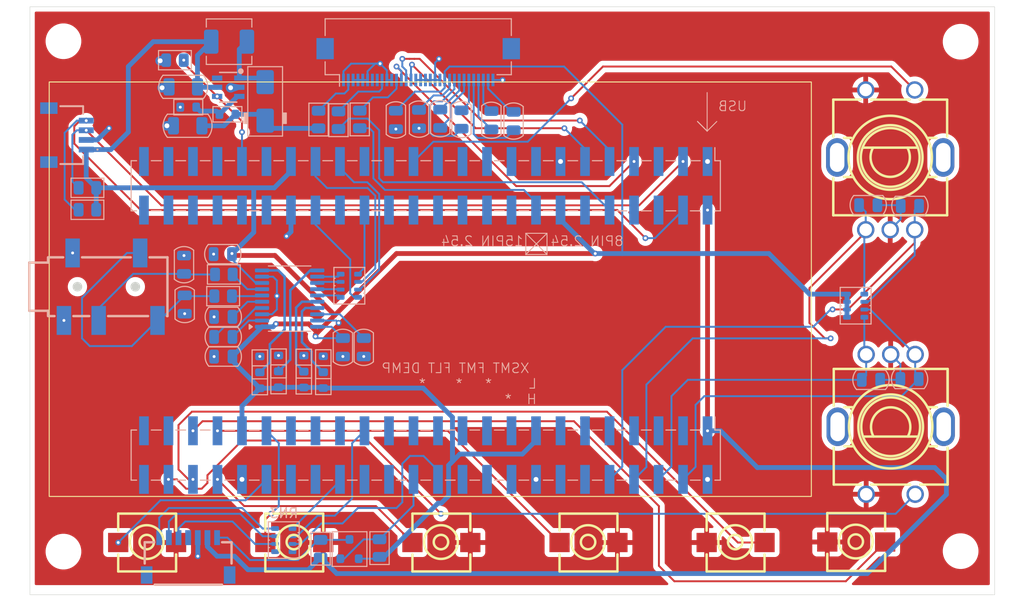
<source format=kicad_pcb>
(kicad_pcb (version 20241229) (generator "pcbnew") (generator_version "9.0")
  (layers (0 "F.Cu" signal) (2 "B.Cu" signal) (13 "F.Paste" user) (15 "B.Paste" user) (5 "F.SilkS" user "F.Silkscreen") (7 "B.SilkS" user "B.Silkscreen") (1 "F.Mask" user) (3 "B.Mask" user) (25 "Edge.Cuts" user))
  (net 0 "")
  (net 1 "+3.3V")
  (net 2 "GND")
  (net 3 "Net-(U1-VNEG)")
  (net 4 "Net-(U1-CAPM)")
  (net 5 "Net-(U1-CAPP)")
  (net 6 "/L")
  (net 7 "/R")
  (net 8 "/VB0+")
  (net 9 "/VB0-")
  (net 10 "/VB1-")
  (net 11 "/VB1+")
  (net 12 "/VA0-")
  (net 13 "/VA0+")
  (net 14 "/VA1+")
  (net 15 "/VA1-")
  (net 19 "/E12")
  (net 20 "Net-(U1-LDOO)")
  (net 21 "/D1")
  (net 22 "/RST")
  (net 23 "/B2")
  (net 24 "/B4")
  (net 25 "/B3")
  (net 26 "/D0")
  (net 27 "/B7")
  (net 28 "/A9")
  (net 29 "/A11")
  (net 30 "/A8")
  (net 31 "/D5")
  (net 32 "/C8")
  (net 33 "/A10")
  (net 34 "/B6")
  (net 35 "/C6")
  (net 36 "/A14")
  (net 37 "/BTN5")
  (net 38 "/A12")
  (net 39 "/C7")
  (net 40 "/A13")
  (net 42 "/BTN6")
  (net 43 "/BTN1")
  (net 45 "/D7")
  (net 46 "/D2")
  (net 47 "/D3")
  (net 48 "/BTN3")
  (net 49 "/D15")
  (net 50 "/B9")
  (net 51 "/A15")
  (net 52 "/D14")
  (net 53 "/C11")
  (net 54 "/E11")
  (net 55 "/D4")
  (net 56 "/C10")
  (net 57 "/D6")
  (net 58 "/C12")
  (net 59 "/C9")
  (net 60 "/C13")
  (net 61 "/B8")
  (net 62 "/BTN2")
  (net 63 "/B5")
  (net 64 "/5V")
  (net 65 "/BTN4")
  (net 66 "/B11")
  (net 67 "/A3")
  (net 69 "/E13")
  (net 70 "/A7")
  (net 71 "/C0")
  (net 72 "/B13")
  (net 73 "/D12")
  (net 74 "/B10")
  (net 75 "/A5")
  (net 76 "/B14")
  (net 77 "/BTN9")
  (net 78 "/E14")
  (net 79 "/C2")
  (net 80 "/A6")
  (net 81 "/E10")
  (net 82 "/B0")
  (net 83 "/D9")
  (net 84 "Net-(RN3-R2.2)")
  (net 85 "/D8")
  (net 86 "/E15")
  (net 87 "/D13")
  (net 88 "/VREF+")
  (net 89 "/C4")
  (net 90 "/C3")
  (net 91 "/A2")
  (net 92 "/C5")
  (net 93 "/D11")
  (net 94 "/B1")
  (net 95 "/E8")
  (net 96 "/C1")
  (net 97 "/A0")
  (net 98 "/B12")
  (net 99 "/A4")
  (net 101 "/E9")
  (net 102 "/D10")
  (net 103 "/A1")
  (net 104 "/BTN10")
  (net 105 "/B15")
  (net 107 "Net-(LCD1-D3)")
  (net 109 "Net-(LCD1-D0)")
  (net 110 "Net-(U1-OUTL)")
  (net 111 "Net-(U1-OUTR)")
  (net 112 "/FLT")
  (net 113 "/DEMP")
  (net 114 "/XSMT")
  (net 115 "/FMT")
  (net 116 "Net-(RN1-R3.1)")
  (net 117 "Net-(RN1-R2.1)")
  (net 118 "Net-(RN1-R1.1)")
  (net 119 "Net-(RN1-R4.1)")
  (net 120 "Net-(D1-K)")
  (net 121 "/VLCD")
  (net 122 "Net-(D1-A)")
  (net 123 "Net-(LCD1-BK+)")
  (net 124 "Net-(U2-FB)")
  (net 126 "Net-(RN3-R3.2)")
  (net 127 "Net-(RN3-R1.2)")
  (net 128 "Net-(Q1-D)")
  (footprint "MountingHole:MountingHole_3.2mm_M3" (layer "F.Cu") (at 246.475 -13.575)
    (property "Reference" "H2" (hide yes))
    (property "Value" "MountingHole_M3")
  )
  (footprint "1MyLibrary:KEY-SMD_2P-L6.0-W6.0-P6.00" (layer "F.Cu") (at 235.65 38.327)
    (property "Reference" "SW6" (hide yes))
    (property "Value" "6")
  )
  (footprint "1MyLibrary:SW-TH_EC11XXXXXXXX" (layer "F.Cu") (at 239.1755 -1.32)
    (property "Reference" "SW9" (hide yes))
    (property "Value" "PARAM")
  )
  (footprint "MountingHole:MountingHole_3.2mm_M3" (layer "F.Cu") (at 153.475 39.325)
    (property "Reference" "H4" (hide yes))
    (property "Value" "MountingHole_M3")
  )
  (footprint "1MyLibrary:KEY-SMD_2P-L6.0-W6.0-P6.00" (layer "F.Cu") (at 162.15 38.381)
    (property "Reference" "SW1" (hide yes))
    (property "Value" "1")
  )
  (footprint "1MyLibrary:KEY-SMD_2P-L6.0-W6.0-P6.00" (layer "F.Cu") (at 177.4 38.381)
    (property "Reference" "SW2" (hide yes))
    (property "Value" "2")
  )
  (footprint "1MyLibrary:KEY-SMD_2P-L6.0-W6.0-P6.00" (layer "F.Cu") (at 192.65 38.381)
    (property "Reference" "SW3" (hide yes))
    (property "Value" "3")
  )
  (footprint "1MyLibrary:SW-TH_EC11XXXXXXXX" (layer "F.Cu") (at 239.2245 26.12 180)
    (property "Reference" "SW10" (hide yes))
    (property "Value" "VALUE")
  )
  (footprint "1MyLibrary:KEY-SMD_2P-L6.0-W6.0-P6.00" (layer "F.Cu") (at 223.15 38.381)
    (property "Reference" "SW5" (hide yes))
    (property "Value" "5")
  )
  (footprint "MountingHole:MountingHole_3.2mm_M3" (layer "F.Cu") (at 153.475 -13.625)
    (property "Reference" "H3" (hide yes))
    (property "Value" "MountingHole_M3")
  )
  (footprint "1MyLibrary:KEY-SMD_2P-L6.0-W6.0-P6.00" (layer "F.Cu") (at 207.9 38.381)
    (property "Reference" "SW4" (hide yes))
    (property "Value" "4")
  )
  (footprint "MountingHole:MountingHole_3.2mm_M3" (layer "F.Cu") (at 246.475 39.275)
    (property "Reference" "H1" (hide yes))
    (property "Value" "MountingHole_M3")
  )
  (footprint "PCM_Resistor_SMD_AKL:R_0603_1608Metric" (layer "B.Cu") (at 166.413501 -6.785287 180)
    (property "Reference" "R13" (hide yes))
    (property "Value" "22K" (hide yes))
  )
  (footprint "footprint:SM04BSRSSTB" (layer "B.Cu") (at 153.55 -3.887 90)
    (property "Reference" "J7" (hide yes))
    (property "Value" "MPR121" (hide yes))
  )
  (footprint "PCM_Resistor_SMD_AKL:R_0603_1608Metric" (layer "B.Cu") (at 175.77 21.45 90)
    (property "Reference" "R7" (hide yes))
    (property "Value" "0" (hide yes))
  )
  (footprint "PCM_Resistor_SMD_AKL:R_0603_1608Metric" (layer "B.Cu") (at 173.83 19.9 90)
    (property "Reference" "R4" (hide yes))
    (property "Value" "0" (hide yes))
  )
  (footprint "PCM_Capacitor_SMD_AKL:C_0805_2012Metric" (layer "B.Cu") (at 237.182262 21.5)
    (property "Reference" "C17" (hide yes))
    (property "Value" "100N" (hide yes))
  )
  (footprint "PCM_Resistor_SMD_AKL:R_0805_2012Metric" (layer "B.Cu") (at 184.187045 -5.515382 -90)
    (property "Reference" "R12" (hide yes))
    (property "Value" "470" (hide yes))
  )
  (footprint "Connector_PinSocket_2.54mm:PinSocket_2x24_P2.54mm_Vertical_SMD" (layer "B.Cu") (at 191.030835 29.310367 90)
    (property "Reference" "J5" (hide yes))
    (property "Value" "Conn_02x24_Odd_Even")
  )
  (footprint "PCM_Resistor_SMD_AKL:R_0805_2012Metric" (layer "B.Cu") (at 165.030998 -11.661426 180)
    (property "Reference" "R20" (hide yes))
    (property "Value" "4.7K" (hide yes))
  )
  (footprint "PCM_Resistor_SMD_AKL:R_0805_2012Metric" (layer "B.Cu") (at 181.987044 -5.435381 -90)
    (property "Reference" "R11" (hide yes))
    (property "Value" "470" (hide yes))
  )
  (footprint "PCM_Capacitor_SMD_AKL:C_0805_2012Metric" (layer "B.Cu") (at 184.60447 18.13 -90)
    (property "Reference" "C18" (hide yes))
    (property "Value" "2.2U" (hide yes))
  )
  (footprint "PCM_Resistor_SMD_AKL:R_Array_Convex_4x0603" (layer "B.Cu") (at 176.312415 38.13 180)
    (property "Reference" "RN3")
    (property "Value" "10K" (hide yes))
  )
  (footprint "PCM_Capacitor_SMD_AKL:C_0805_2012Metric" (layer "B.Cu") (at 241.182262 21.42 180)
    (property "Reference" "C16" (hide yes))
    (property "Value" "100N" (hide yes))
  )
  (footprint "PCM_Resistor_SMD_AKL:R_0805_2012Metric" (layer "B.Cu") (at 170.1 10.57 180)
    (property "Reference" "R2" (hide yes))
    (property "Value" "470" (hide yes))
  )
  (footprint "PCM_Resistor_SMD_AKL:R_0805_2012Metric" (layer "B.Cu") (at 170.03 12.82 180)
    (property "Reference" "R1" (hide yes))
    (property "Value" "470" (hide yes))
  )
  (footprint "PCM_Resistor_SMD_AKL:R_0805_2012Metric" (layer "B.Cu") (at 180.13 39.02 90)
    (property "Reference" "R21" (hide yes))
    (property "Value" "4.7K" (hide yes))
  )
  (footprint "PCM_Resistor_SMD_AKL:R_0603_1608Metric" (layer "B.Cu") (at 180.41 19.88 90)
    (property "Reference" "R5" (hide yes))
    (property "Value" "0" (hide yes))
  )
  (footprint "PCM_Capacitor_SMD_AKL:C_0805_2012Metric" (layer "B.Cu") (at 197.834363 -5.425382 90)
    (property "Reference" "C9" (hide yes))
    (property "Value" "1U" (hide yes))
  )
  (footprint "Connector_FFC-FPC:Hirose_FH12-32S-0.5SH_1x32-1MP_P0.50mm_Horizontal" (layer "B.Cu") (at 190.250056 -11.455382)
    (property "Reference" "LCD1" (hide yes))
    (property "Value" "2.7寸240*96 0.5MM*32P UC1638 三串背光 背面插座")
  )
  (footprint "PCM_Capacitor_SMD_AKL:C_0805_2012Metric" (layer "B.Cu") (at 166.040894 13.69 90)
    (property "Reference" "C6" (hide yes))
    (property "Value" "2.2N" (hide yes))
  )
  (footprint "PCM_Capacitor_SMD_AKL:C_1206_3216Metric" (layer "B.Cu") (at 165.894395 -8.895287 180)
    (property "Reference" "C19" (hide yes))
    (property "Value" "22U" (hide yes))
  )
  (footprint "PCM_Resistor_SMD_AKL:R_Array_Convex_4x0603" (layer "B.Cu") (at 183.11 11.74)
    (property "Reference" "RN1" (hide yes))
    (property "Value" "470" (hide yes))
  )
  (footprint "PCM_Capacitor_SMD_AKL:C_0805_2012Metric" (layer "B.Cu") (at 194.734362 -5.505381 90)
    (property "Reference" "C10" (hide yes))
    (property "Value" "1U" (hide yes))
  )
  (footprint "PCM_Package_TO_SOT_SMD_AKL:SOT-23" (layer "B.Cu") (at 183.13 39.06 90)
    (property "Reference" "Q1" (hide yes))
    (property "Value" "Si2302CDS" (hide yes))
  )
  (footprint "PCM_Capacitor_SMD_AKL:C_0805_2012Metric" (layer "B.Cu") (at 192.534361 -5.585382 -90)
    (property "Reference" "C11" (hide yes))
    (property "Value" "1U" (hide yes))
  )
  (footprint "PCM_Capacitor_SMD_AKL:C_0805_2012Metric" (layer "B.Cu") (at 241.217738 3.46 180)
    (property "Reference" "C15" (hide yes))
    (property "Value" "100N" (hide yes))
  )
  (footprint "Connector_PinSocket_2.54mm:PinSocket_2x24_P2.54mm_Vertical_SMD" (layer "B.Cu") (at 191.030836 1.370365 90)
    (property "Reference" "J6" (hide yes))
    (property "Value" "Conn_02x24_Odd_Even")
  )
  (footprint "1MyLibrary:AUDIO-IN-SMD_PJ-327A_C22355751" (layer "B.Cu") (at 158.375 11.84)
    (property "Reference" "PJ1" (hide yes))
    (property "Value" "~")
    (fp_poly (pts (xy -2.95 0) (xy -2.970254 0.140866) (xy -3.029373 0.27032) (xy -3.12257 0.377875) (xy -3.242292 0.454816) (xy -3.378843 0.494911) (xy -3.521157 0.494911) (xy -3.657708 0.454816) (xy -3.77743 0.377875) (xy -3.870627 0.27032) (xy -3.929746 0.140866) (xy -3.95 0) (xy -3.929746 -0.140866) (xy -3.870627 -0.27032) (xy -3.77743 -0.377875) (xy -3.657708 -0.454816) (xy -3.521157 -0.494911) (xy -3.378843 -0.494911) (xy -3.242292 -0.454816) (xy -3.12257 -0.377875) (xy -3.029373 -0.27032) (xy -2.970254 -0.140866)) (fill yes) (layer "Edge.Cuts"))
    (fp_poly (pts (xy 3.05 0) (xy 3.029746 0.140866) (xy 2.970627 0.27032) (xy 2.87743 0.377875) (xy 2.757708 0.454816) (xy 2.621157 0.494911) (xy 2.478843 0.494911) (xy 2.342292 0.454816) (xy 2.22257 0.377875) (xy 2.129373 0.27032) (xy 2.070254 0.140866) (xy 2.05 0) (xy 2.070254 -0.140866) (xy 2.129373 -0.27032) (xy 2.22257 -0.377875) (xy 2.342292 -0.454816) (xy 2.478843 -0.494911) (xy 2.621157 -0.494911) (xy 2.757708 -0.454816) (xy 2.87743 -0.377875) (xy 2.970627 -0.27032) (xy 3.029746 -0.140866)) (fill yes) (layer "Edge.Cuts"))
  )
  (footprint "PCM_Capacitor_SMD_AKL:C_0805_2012Metric" (layer "B.Cu") (at 165.97 9.559106 -90)
    (property "Reference" "C7" (hide yes))
    (property "Value" "2.2N" (hide yes))
  )
  (footprint "PCM_Resistor_SMD_AKL:R_0805_2012Metric" (layer "B.Cu") (at 186.24 38.96 90)
    (property "Reference" "R23" (hide yes))
    (property "Value" "3.3K" (hide yes))
  )
  (footprint "PCM_Resistor_SMD_AKL:R_Array_Convex_4x0603" (layer "B.Cu") (at 235.592208 13.81 180)
    (property "Reference" "RN2" (hide yes))
    (property "Value" "10K" (hide yes))
  )
  (footprint "PCM_Capacitor_SMD_AKL:C_0805_2012Metric" (layer "B.Cu") (at 236.899526 3.38)
    (property "Reference" "C14" (hide yes))
    (property "Value" "100N" (hide yes))
  )
  (footprint "Inductor_SMD:L_APV_APH0420" (layer "B.Cu") (at 170.643501 -13.580287)
    (property "Reference" "L1" (hide yes))
    (property "Value" "6.8U")
  )
  (footprint "footprint:SM07B-SRSS-TB" (layer "B.Cu") (at 170.9 42.75233 180)
    (property "Reference" "J4" (hide yes))
    (property "Value" "CH552G" (hide yes))
  )
  (footprint "PCM_Resistor_SMD_AKL:R_0805_2012Metric" (layer "B.Cu") (at 179.918724 -5.500764 -90)
    (property "Reference" "R15" (hide yes))
    (property "Value" "1K" (hide yes))
  )
  (footprint "PCM_Resistor_SMD_AKL:R_0603_1608Metric" (layer "B.Cu") (at 178.39 21.47 90)
    (property "Reference" "R10" (hide yes))
    (property "Value" "0" (hide yes))
  )
  (footprint "PCM_Capacitor_SMD_AKL:C_0805_2012Metric" (layer "B.Cu") (at 182.440894 18.13 -90)
    (property "Reference" "C4" (hide yes))
    (property "Value" "100N" (hide yes))
  )
  (footprint "PCM_Capacitor_SMD_AKL:C_1206_3216Metric" (layer "B.Cu") (at 166.352607 -4.855287 180)
    (property "Reference" "C20" (hide yes))
    (property "Value" "22U" (hide yes))
  )
  (footprint "PCM_Capacitor_SMD_AKL:C_0805_2012Metric" (layer "B.Cu") (at 200.134362 -5.345381 90)
    (property "Reference" "C8" (hide yes))
    (property "Value" "1U" (hide yes))
  )
  (footprint "PCM_Resistor_SMD_AKL:R_0805_2012Metric" (layer "B.Cu") (at 155.96 1.58 180)
    (property "Reference" "R18" (hide yes))
    (property "Value" "4.7K" (hide yes))
  )
  (footprint "PCM_Capacitor_SMD_AKL:C_0805_2012Metric" (layer "B.Cu") (at 170.040894 17.05 180)
    (property "Reference" "C3" (hide yes))
    (property "Value" "2.2U" (hide yes))
  )
  (footprint "PCM_Resistor_SMD_AKL:R_0603_1608Metric" (layer "B.Cu") (at 175.77 19.8 90)
    (property "Reference" "R3" (hide yes))
    (property "Value" "0" (hide yes))
  )
  (footprint "PCM_Diode_SMD_AKL:D_SMA" (layer "B.Cu") (at 174.383501 -7.385287 90)
    (property "Reference" "D1" (hide yes))
    (property "Value" "SS34" (hide yes))
  )
  (footprint "PCM_Capacitor_SMD_AKL:C_0805_2012Metric" (layer "B.Cu") (at 190.334362 -5.545382 90)
    (property "Reference" "C12" (hide yes))
    (property "Value" "1U" (hide yes))
  )
  (footprint "PCM_Resistor_SMD_AKL:R_0603_1608Metric" (layer "B.Cu") (at 173.83 21.55 90)
    (property "Reference" "R8" (hide yes))
    (property "Value" "0" (hide yes))
  )
  (footprint "PCM_Capacitor_SMD_AKL:C_0805_2012Metric" (layer "B.Cu") (at 187.934363 -5.465382 90)
    (property "Reference" "C13" (hide yes))
    (property "Value" "1U" (hide yes))
  )
  (footprint "PCM_Capacitor_SMD_AKL:C_0805_2012Metric" (layer "B.Cu") (at 170.040894 14.97 180)
    (property "Reference" "C2" (hide yes))
    (property "Value" "2.2U" (hide yes))
  )
  (footprint "PCM_Capacitor_SMD_AKL:C_0805_2012Metric" (layer "B.Cu") (at 170.040894 19.09 180)
    (property "Reference" "C1" (hide yes))
    (property "Value" "100N" (hide yes))
  )
  (footprint "Package_SO:TSSOP-20_4.4x6.5mm_P0.65mm" (layer "B.Cu") (at 176.92 13.075)
    (property "Reference" "U1" (hide yes))
    (property "Value" "PCM5102A")
  )
  (footprint "PCM_Resistor_SMD_AKL:R_0603_1608Metric" (layer "B.Cu") (at 178.39 19.82 90)
    (property "Reference" "R6" (hide yes))
    (property "Value" "0" (hide yes))
  )
  (footprint "PCM_Resistor_SMD_AKL:R_0603_1608Metric" (layer "B.Cu") (at 170.473501 -6.045287 180)
    (property "Reference" "R14" (hide yes))
    (property "Value" "560K" (hide yes))
  )
  (footprint "PCM_Capacitor_SMD_AKL:C_0805_2012Metric" (layer "B.Cu") (at 169.990894 8.46 180)
    (property "Reference" "C5" (hide yes))
    (property "Value" "100N" (hide yes))
  )
  (footprint "PCM_Resistor_SMD_AKL:R_0805_2012Metric" (layer "B.Cu") (at 155.96 3.86 180)
    (property "Reference" "R19" (hide yes))
    (property "Value" "4.7K" (hide yes))
  )
  (footprint "PCM_Resistor_SMD_AKL:R_0603_1608Metric" (layer "B.Cu") (at 180.41 21.53 90)
    (property "Reference" "R9" (hide yes))
    (property "Value" "0" (hide yes))
  )
  (footprint "1MyLibrary:SOT-23-6_L2.9-W1.6-P0.95-LS2.8-BL" (layer "B.Cu") (at 170.554501 -8.850287 -90)
    (property "Reference" "U2" (hide yes))
    (property "Value" "~")
  )
  (gr_rect (start 152 -9.4) (end 231 33.6) (stroke (width 0.1)) (fill no) (layer "F.SilkS"))
  (gr_line (start 201.399999 6.299999) (end 201.399999 8.499999) (stroke (width 0.1)) (layer "B.SilkS"))
  (gr_line (start 201.399999 8.499999) (end 203.599999 8.499999) (stroke (width 0.1)) (layer "B.SilkS"))
  (gr_line (start 220.2 -4.300764) (end 221.2 -5.300764) (stroke (width 0.1)) (layer "B.SilkS"))
  (gr_line (start 203.599999 6.299999) (end 201.399999 6.299999) (stroke (width 0.1)) (layer "B.SilkS"))
  (gr_line (start 220.2 -8.300764) (end 220.2 -4.300764) (stroke (width 0.1)) (layer "B.SilkS"))
  (gr_line (start 219.2 -5.300764) (end 220.2 -4.300764) (stroke (width 0.1)) (layer "B.SilkS"))
  (gr_line (start 220.2 -4.300764) (end 219.2 -5.300764) (stroke (width 0.1)) (layer "B.SilkS"))
  (gr_line (start 203.599999 8.499999) (end 203.599999 6.299999) (stroke (width 0.1)) (layer "B.SilkS"))
  (gr_line (start 203.599999 8.499999) (end 201.399999 6.299999) (stroke (width 0.1)) (layer "B.SilkS"))
  (gr_line (start 201.399999 8.499999) (end 203.599999 6.299999) (stroke (width 0.1)) (layer "B.SilkS"))
  (gr_rect (start 150 -17.2) (end 250 43.8) (stroke (width 0.05)) (fill no) (layer "Edge.Cuts"))
  (gr_text "15PIN 2.54" (at 201.199999 7.699999 0) (layer "B.SilkS") (effects (font (size 1 1) (thickness 0.1)) (justify left bottom mirror)))
  (gr_text "8PIN 2.54" (at 211.599999 7.699999 0) (layer "B.SilkS") (effects (font (size 1 1) (thickness 0.1)) (justify left bottom mirror)))
  (gr_text " XSMT FMT FLT DEMP\nL     *   *    *\nH  *" (at 202.6 24.1 0) (layer "B.SilkS") (effects (font (size 1 1) (thickness 0.1)) (justify left bottom mirror)))
  (gr_text "USB" (at 224.4 -6.300764 0) (layer "B.SilkS") (effects (font (size 1 1) (thickness 0.1)) (justify left bottom mirror)))
  (segment (start 181.6 14.8) (end 179.8 16.6) (width 0.5) (layer "F.Cu") (net 1))
  (segment (start 181.6 14.8) (end 175.4 8.6) (width 0.5) (layer "F.Cu") (net 1))
  (segment (start 179.8 16.6) (end 179.6 16.8) (width 0.5) (layer "F.Cu") (net 1))
  (segment (start 178.9 15.7) (end 175.5 15.7) (width 0.5) (layer "F.Cu") (net 1))
  (segment (start 188 8.4) (end 181.6 14.8) (width 0.5) (layer "F.Cu") (net 1))
  (segment (start 175.4 8.6) (end 171.140894 8.6) (width 0.5) (layer "F.Cu") (net 1))
  (segment (start 208.6 8.4) (end 188 8.4) (width 0.5) (layer "F.Cu") (net 1))
  (segment (start 171.140894 8.6) (end 170.940894 8.4) (width 0.5) (layer "F.Cu") (net 1))
  (segment (start 179.8 16.6) (end 178.9 15.7) (width 0.5) (layer "F.Cu") (net 1))
  (segment (start 179.6 16.8) (end 179.6 17) (width 0.5) (layer "F.Cu") (net 1))
  (via (at 175.5 15.7) (size 0.6) (drill 0.3) (layers "F.Cu" "B.Cu") (net 1))
  (via (at 170.940894 8.4) (size 0.6) (drill 0.3) (layers "F.Cu" "B.Cu") (net 1))
  (via (at 179.6 17) (size 0.6) (drill 0.3) (layers "F.Cu" "B.Cu") (net 1))
  (via (at 208.6 8.4) (size 0.6) (drill 0.3) (layers "F.Cu" "B.Cu") (net 1))
  (segment (start 178.39 22.295) (end 180.35 22.295) (width 0.5) (layer "B.Cu") (net 1))
  (segment (start 175.331201 1.58) (end 177.060836 -0.149635) (width 0.5) (layer "B.Cu") (net 1))
  (segment (start 169.405501 -8.850287) (end 167.414395 -8.850287) (width 0.5) (layer "B.Cu") (net 1))
  (segment (start 193.000056 -9.605382) (end 193.000056 -8.800056) (width 0.2) (layer "B.Cu") (net 1))
  (segment (start 205.37247 -11) (end 211.4 -4.97247) (width 0.2) (layer "B.Cu") (net 1))
  (segment (start 208.6 8.4) (end 211.4 8.4) (width 0.5) (layer "B.Cu") (net 1))
  (segment (start 174.0575 16) (end 175.2 16) (width 0.5) (layer "B.Cu") (net 1))
  (segment (start 173.2 6.200894) (end 170.940894 8.46) (width 0.5) (layer "B.Cu") (net 1))
  (segment (start 181.260894 16) (end 182.440894 17.18) (width 0.2) (layer "B.Cu") (net 1))
  (segment (start 173.2 1.58) (end 175.331201 1.58) (width 0.5) (layer "B.Cu") (net 1))
  (segment (start 234.692208 15.01) (end 234.692208 12.61) (width 0.5) (layer "B.Cu") (net 1))
  (segment (start 170.990894 19.09) (end 170.990894 19.535894) (width 0.5) (layer "B.Cu") (net 1))
  (segment (start 193.4 33.537925) (end 192.637925 34.3) (width 0.5) (layer "B.Cu") (net 1))
  (segment (start 193.8 25.387532) (end 193.8 26.8) (width 0.5) (layer "B.Cu") (net 1))
  (segment (start 202.460835 26.790366) (end 202.460835 27.790366) (width 0.5) (layer "B.Cu") (net 1))
  (segment (start 205.000836 4.890365) (end 208.510471 8.4) (width 0.5) (layer "B.Cu") (net 1))
  (segment (start 193.8 26.8) (end 193.8 29.8) (width 0.5) (layer "B.Cu") (net 1))
  (segment (start 211.4 -4.97247) (end 211.4 8.4) (width 0.2) (layer "B.Cu") (net 1))
  (segment (start 193.000056 -8.800056) (end 192.6 -8.4) (width 0.2) (layer "B.Cu") (net 1))
  (segment (start 168.793501 -13.580287) (end 162.780287 -13.580287) (width 0.5) (layer "B.Cu") (net 1))
  (segment (start 192.637925 34.3) (end 192.3 34.3) (width 0.5) (layer "B.Cu") (net 1))
  (segment (start 170.990894 19.535894) (end 173.83 22.375) (width 0.5) (layer "B.Cu") (net 1))
  (segment (start 192.3 34.3) (end 186.7275 39.8725) (width 0.5) (layer "B.Cu") (net 1))
  (segment (start 205.000836 3.890365) (end 205.000836 4.890365) (width 0.5) (layer "B.Cu") (net 1))
  (segment (start 156.8725 1.58) (end 156.8725 3.86) (width 0.5) (layer "B.Cu") (net 1))
  (segment (start 173.40013 11.45) (end 170.940894 8.990764) (width 0.2) (layer "B.Cu") (net 1))
  (segment (start 211.4 8.4) (end 226.6 8.4) (width 0.5) (layer "B.Cu") (net 1))
  (segment (start 175.77 22.275) (end 178.37 22.275) (width 0.5) (layer "B.Cu") (net 1))
  (segment (start 167.414395 -8.850287) (end 167.369395 -8.895287) (width 0.5) (layer "B.Cu") (net 1))
  (segment (start 173.83 22.375) (end 175.67 22.375) (width 0.5) (layer "B.Cu") (net 1))
  (segment (start 201.051201 29.2) (end 194.569202 29.2) (width 0.5) (layer "B.Cu") (net 1))
  (segment (start 180.35 22.295) (end 180.41 22.355) (width 0.5) (layer "B.Cu") (net 1))
  (segment (start 158.387 -2.387) (end 155.837 -2.387) (width 0.5) (layer "B.Cu") (net 1))
  (segment (start 193.000056 -10.507382) (end 193.492674 -11) (width 0.2) (layer "B.Cu") (net 1))
  (segment (start 180.41 22.355) (end 190.767468 22.355) (width 0.5) (layer "B.Cu") (net 1))
  (segment (start 193.000056 -9.605382) (end 193.000056 -10.507382) (width 0.2) (layer "B.Cu") (net 1))
  (segment (start 160.2 -4.2) (end 158.387 -2.387) (width 0.5) (layer "B.Cu") (net 1))
  (segment (start 202.460835 27.790366) (end 201.051201 29.2) (width 0.5) (layer "B.Cu") (net 1))
  (segment (start 179.78 17.18) (end 182.440894 17.18) (width 0.2) (layer "B.Cu") (net 1))
  (segment (start 156.8725 1.58) (end 173.2 1.58) (width 0.5) (layer "B.Cu") (net 1))
  (segment (start 155.837 -2.387) (end 155.837 0.5445) (width 0.5) (layer "B.Cu") (net 1))
  (segment (start 193.884601 29.884601) (end 193.584601 30.184601) (width 0.5) (layer "B.Cu") (net 1))
  (segment (start 193.584601 30.184601) (end 193.4 30.369202) (width 0.5) (layer "B.Cu") (net 1))
  (segment (start 173.2 1.58) (end 173.2 6.200894) (width 0.5) (layer "B.Cu") (net 1))
  (segment (start 186.7275 39.8725) (end 186.24 39.8725) (width 0.5) (layer "B.Cu") (net 1))
  (segment (start 171.980835 26.790367) (end 171.980835 24.224165) (width 0.5) (layer "B.Cu") (net 1))
  (segment (start 170.990894 19.066606) (end 174.0575 16) (width 0.5) (layer "B.Cu") (net 1))
  (segment (start 170.940894 8.46) (end 170.940894 8.4) (width 0.2) (layer "B.Cu") (net 1))
  (segment (start 230.81 12.61) (end 234.692208 12.61) (width 0.5) (layer "B.Cu") (net 1))
  (segment (start 175.2 16) (end 175.5 15.7) (width 0.5) (layer "B.Cu") (net 1))
  (segment (start 170.940894 8.990764) (end 170.940894 8.46) (width 0.2) (layer "B.Cu") (net 1))
  (segment (start 162.780287 -13.580287) (end 160.2 -11) (width 0.5) (layer "B.Cu") (net 1))
  (segment (start 226.6 8.4) (end 230.81 12.61) (width 0.5) (layer "B.Cu") (net 1))
  (segment (start 192.6 -8.4) (end 189.918982 -8.4) (width 0.2) (layer "B.Cu") (net 1))
  (segment (start 193.492674 -11) (end 205.37247 -11) (width 0.2) (layer "B.Cu") (net 1))
  (segment (start 155.837 0.5445) (end 156.8725 1.58) (width 0.5) (layer "B.Cu") (net 1))
  (segment (start 179.7825 16) (end 181.260894 16) (width 0.2) (layer "B.Cu") (net 1))
  (segment (start 193.8 29.8) (end 193.884601 29.884601) (width 0.5) (layer "B.Cu") (net 1))
  (segment (start 193.8 29.969202) (end 193.584601 30.184601) (width 0.5) (layer "B.Cu") (net 1))
  (segment (start 167.369395 -12.156181) (end 168.793501 -13.580287) (width 0.5) (layer "B.Cu") (net 1))
  (segment (start 160.2 -11) (end 160.2 -4.2) (width 0.5) (layer "B.Cu") (net 1))
  (segment (start 189.918982 -8.4) (end 187.934363 -6.415381) (width 0.2) (layer "B.Cu") (net 1))
  (segment (start 171.980835 24.224165) (end 173.83 22.375) (width 0.5) (layer "B.Cu") (net 1))
  (segment (start 193.8 26.8) (end 193.8 29.969202) (width 0.5) (layer "B.Cu") (net 1))
  (segment (start 208.510471 8.4) (end 208.6 8.4) (width 0.5) (layer "B.Cu") (net 1))
  (segment (start 190.767468 22.355) (end 193.8 25.387532) (width 0.5) (layer "B.Cu") (net 1))
  (segment (start 193.4 30.369202) (end 193.4 33.537925) (width 0.5) (layer "B.Cu") (net 1))
  (segment (start 194.569202 29.2) (end 193.884601 29.884601) (width 0.5) (layer "B.Cu") (net 1))
  (segment (start 184.08 40.06) (end 186.0525 40.06) (width 0.2) (layer "B.Cu") (net 1))
  (segment (start 186.0525 40.06) (end 186.24 39.8725) (width 0.2) (layer "B.Cu") (net 1))
  (segment (start 170.990894 19.09) (end 170.990894 19.066606) (width 0.5) (layer "B.Cu") (net 1))
  (segment (start 175.67 22.375) (end 175.77 22.275) (width 0.5) (layer "B.Cu") (net 1))
  (segment (start 178.37 22.275) (end 178.39 22.295) (width 0.5) (layer "B.Cu") (net 1))
  (segment (start 174.0575 11.45) (end 173.40013 11.45) (width 0.2) (layer "B.Cu") (net 1))
  (segment (start 177.060836 -0.149635) (end 177.060836 -1.149635) (width 0.5) (layer "B.Cu") (net 1))
  (segment (start 167.369395 -8.895287) (end 167.369395 -12.156181) (width 0.5) (layer "B.Cu") (net 1))
  (segment (start 179.6 17) (end 179.78 17.18) (width 0.2) (layer "B.Cu") (net 1))
  (via (at 165.97 8.609106) (size 0.6) (drill 0.3) (layers "F.Cu" "B.Cu") (net 2))
  (via (at 220.240836 -1.149635) (size 1) (drill 0.5) (layers "F.Cu" "B.Cu") (net 2))
  (via (at 165.588501 -6.785287) (size 0.6) (drill 0.3) (layers "F.Cu" "B.Cu") (net 2))
  (via (at 220.240835 31.830367) (size 1) (drill 0.5) (layers "F.Cu" "B.Cu") (net 2))
  (via (at 171.980835 31.830367) (size 1) (drill 0.5) (layers "F.Cu" "B.Cu") (net 2))
  (via (at 154.425 8.34) (size 0.6) (drill 0.3) (layers "F.Cu" "B.Cu") (net 2))
  (via (at 190.334362 -4.595383) (size 0.6) (drill 0.3) (layers "F.Cu" "B.Cu") (net 2))
  (via (at 199 -9.6) (size 0.6) (drill 0.3) (layers "F.Cu" "B.Cu") (net 2))
  (via (at 175.6 12.8) (size 0.6) (drill 0.3) (layers "F.Cu" "B.Cu") (net 2))
  (via (at 182 15.6) (size 0.6) (drill 0.3) (layers "F.Cu" "B.Cu") (net 2))
  (via (at 186.3 -11.3) (size 0.6) (drill 0.3) (layers "F.Cu" "B.Cu") (net 2))
  (via (at 175.77 18.975) (size 0.6) (drill 0.3) (layers "F.Cu" "B.Cu") (net 2))
  (via (at 169.090894 19.09) (size 0.6) (drill 0.3) (layers "F.Cu" "B.Cu") (net 2))
  (via (at 163.5 -11.6) (size 1) (drill 0.5) (layers "F.Cu" "B.Cu") (net 2))
  (via (at 163.7 -8.8) (size 1) (drill 0.5) (layers "F.Cu" "B.Cu") (net 2))
  (via (at 184.60447 19.08) (size 0.6) (drill 0.3) (layers "F.Cu" "B.Cu") (net 2))
  (via (at 169.090894 14.97) (size 0.6) (drill 0.3) (layers "F.Cu" "B.Cu") (net 2))
  (via (at 167.4 39.8) (size 0.6) (drill 0.3) (layers "F.Cu" "B.Cu") (net 2))
  (via (at 170.8 -8.8) (size 1) (drill 0.5) (layers "F.Cu" "B.Cu") (net 2))
  (via (at 178.39 18.995) (size 0.6) (drill 0.3) (layers "F.Cu" "B.Cu") (net 2))
  (via (at 153.525 15.34) (size 0.6) (drill 0.3) (layers "F.Cu" "B.Cu") (net 2))
  (via (at 164.2 -4.855287) (size 1) (drill 0.5) (layers "F.Cu" "B.Cu") (net 2))
  (via (at 182.440894 19.08) (size 0.6) (drill 0.3) (layers "F.Cu" "B.Cu") (net 2))
  (via (at 192.4 -11.8) (size 0.6) (drill 0.3) (layers "F.Cu" "B.Cu") (net 2))
  (via (at 166.040894 14.64) (size 0.6) (drill 0.3) (layers "F.Cu" "B.Cu") (net 2))
  (via (at 205.000836 -1.149635) (size 1) (drill 0.5) (layers "F.Cu" "B.Cu") (net 2))
  (via (at 180.41 19.055) (size 0.6) (drill 0.3) (layers "F.Cu" "B.Cu") (net 2))
  (via (at 173.83 19.075) (size 0.6) (drill 0.3) (layers "F.Cu" "B.Cu") (net 2))
  (via (at 202.460835 31.830368) (size 1) (drill 0.5) (layers "F.Cu" "B.Cu") (net 2))
  (via (at 187.934363 -4.515383) (size 0.6) (drill 0.3) (layers "F.Cu" "B.Cu") (net 2))
  (via (at 158.2 -4.6) (size 0.6) (drill 0.3) (layers "F.Cu" "B.Cu") (net 2))
  (via (at 176.6 6.6) (size 0.6) (drill 0.3) (layers "F.Cu" "B.Cu") (net 2))
  (via (at 169.040894 8.46) (size 0.6) (drill 0.3) (layers "F.Cu" "B.Cu") (net 2))
  (segment (start 239.2245 18.87) (end 240.232262 19.877762) (width 0.2) (layer "B.Cu") (net 2))
  (segment (start 175.6 14.2) (end 175.6 12.8) (width 0.2) (layer "B.Cu") (net 2))
  (segment (start 181.75 15.35) (end 182 15.6) (width 0.2) (layer "B.Cu") (net 2))
  (segment (start 240.232262 19.877762) (end 240.232262 21.42) (width 0.2) (layer "B.Cu") (net 2))
  (segment (start 174.0575 14.7) (end 175.1 14.7) (width 0.2) (layer "B.Cu") (net 2))
  (segment (start 187.000056 -9.605382) (end 187.000056 -10.599944) (width 0.2) (layer "B.Cu") (net 2))
  (segment (start 198.000056 -9.605382) (end 198.994618 -9.605382) (width 0.2) (layer "B.Cu") (net 2))
  (segment (start 199 -9.6) (end 198.994618 -9.605382) (width 0.2) (layer "B.Cu") (net 2))
  (segment (start 175.2 10.8) (end 174.0575 10.8) (width 0.2) (layer "B.Cu") (net 2))
  (segment (start 185.000056 -10.507382) (end 185.792674 -11.3) (width 0.2) (layer "B.Cu") (net 2))
  (segment (start 185.792674 -11.3) (end 186.3 -11.3) (width 0.2) (layer "B.Cu") (net 2))
  (segment (start 192.000056 -9.605382) (end 192.000056 -11.400056) (width 0.2) (layer "B.Cu") (net 2))
  (segment (start 237.849526 3.38) (end 240.187738 3.38) (width 0.2) (layer "B.Cu") (net 2))
  (segment (start 179.7825 15.35) (end 181.75 15.35) (width 0.2) (layer "B.Cu") (net 2))
  (segment (start 170.8 -8.8) (end 170.850287 -8.850287) (width 0.5) (layer "B.Cu") (net 2))
  (segment (start 175.6 11.2) (end 175.2 10.8) (width 0.2) (layer "B.Cu") (net 2))
  (segment (start 240.267738 3.46) (end 240.267738 4.837762) (width 0.2) (layer "B.Cu") (net 2))
  (segment (start 185.000056 -9.605382) (end 185.000056 -10.507382) (width 0.2) (layer "B.Cu") (net 2))
  (segment (start 175.6 12.8) (end 175.6 11.2) (width 0.2) (layer "B.Cu") (net 2))
  (segment (start 192.000056 -11.400056) (end 192.4 -11.8) (width 0.2) (layer "B.Cu") (net 2))
  (segment (start 183.500056 -9.605382) (end 185.000056 -9.605382) (width 0.2) (layer "B.Cu") (net 2))
  (segment (start 240.152262 21.5) (end 240.232262 21.42) (width 0.2) (layer "B.Cu") (net 2))
  (segment (start 186.3 -11.3) (end 186.2 -11.4) (width 0.2) (layer "B.Cu") (net 2))
  (segment (start 155.837 -3.387) (end 156.987 -3.387) (width 0.5) (layer "B.Cu") (net 2))
  (segment (start 177.060836 6.139164) (end 176.6 6.6) (width 0.5) (layer "B.Cu") (net 2))
  (segment (start 187.000056 -10.599944) (end 186.3 -11.3) (width 0.2) (layer "B.Cu") (net 2))
  (segment (start 183.292674 -11.3) (end 186.3 -11.3) (width 0.2) (layer "B.Cu") (net 2))
  (segment (start 182.500056 -9.605382) (end 182.500056 -10.507382) (width 0.2) (layer "B.Cu") (net 2))
  (segment (start 182.500056 -10.507382) (end 183.292674 -11.3) (width 0.2) (layer "B.Cu") (net 2))
  (segment (start 190.000056 -9.605382) (end 192.500056 -9.605382) (width 0.2) (layer "B.Cu") (net 2))
  (segment (start 170.850287 -8.850287) (end 171.703501 -8.850287) (width 0.5) (layer "B.Cu") (net 2))
  (segment (start 238.132262 21.5) (end 240.152262 21.5) (width 0.2) (layer "B.Cu") (net 2))
  (segment (start 240.267738 4.837762) (end 239.1755 5.93) (width 0.2) (layer "B.Cu") (net 2))
  (segment (start 240.187738 3.38) (end 240.267738 3.46) (width 0.2) (layer "B.Cu") (net 2))
  (segment (start 175.1 14.7) (end 175.6 14.2) (width 0.2) (layer "B.Cu") (net 2))
  (segment (start 156.987 -3.387) (end 158.2 -4.6) (width 0.5) (layer "B.Cu") (net 2))
  (segment (start 187.000056 -9.605382) (end 187.500056 -9.605382) (width 0.2) (layer "B.Cu") (net 2))
  (segment (start 177.060836 3.890365) (end 177.060836 6.139164) (width 0.5) (layer "B.Cu") (net 2))
  (segment (start 167.4 37.875) (end 167.4 39.8) (width 0.5) (layer "B.Cu") (net 2))
  (segment (start 172.560894 13.4) (end 174.0575 13.4) (width 0.2) (layer "B.Cu") (net 3))
  (segment (start 170.990894 14.97) (end 172.560894 13.4) (width 0.2) (layer "B.Cu") (net 3))
  (segment (start 170.116894 16.024) (end 171.449794 16.024) (width 0.2) (layer "B.Cu") (net 4))
  (segment (start 173.40013 14.05) (end 174.0575 14.05) (width 0.2) (layer "B.Cu") (net 4))
  (segment (start 169.090894 17.05) (end 170.116894 16.024) (width 0.2) (layer "B.Cu") (net 4))
  (segment (start 171.449794 16.024) (end 172.873794 14.6) (width 0.2) (layer "B.Cu") (net 4))
  (segment (start 172.873794 14.6) (end 172.873794 14.576336) (width 0.2) (layer "B.Cu") (net 4))
  (segment (start 172.873794 14.576336) (end 173.40013 14.05) (width 0.2) (layer "B.Cu") (net 4))
  (segment (start 170.990894 17.05) (end 172.690894 15.35) (width 0.2) (layer "B.Cu") (net 5))
  (segment (start 172.690894 15.35) (end 174.0575 15.35) (width 0.2) (layer "B.Cu") (net 5))
  (segment (start 160.565 18) (end 163.225 15.34) (width 0.2) (layer "B.Cu") (net 6))
  (segment (start 166.120894 12.82) (end 166.040894 12.74) (width 0.2) (layer "B.Cu") (net 6))
  (segment (start 163.440894 15.34) (end 163.225 15.34) (width 0.2) (layer "B.Cu") (net 6))
  (segment (start 166.040894 12.74) (end 163.440894 15.34) (width 0.2) (layer "B.Cu") (net 6))
  (segment (start 155.4 13) (end 155.4 17.2) (width 0.2) (layer "B.Cu") (net 6))
  (segment (start 156.2 18) (end 160.565 18) (width 0.2) (layer "B.Cu") (net 6))
  (segment (start 169.1175 12.82) (end 166.120894 12.82) (width 0.2) (layer "B.Cu") (net 6))
  (segment (start 161.425 8.34) (end 160.06 8.34) (width 0.2) (layer "B.Cu") (net 6))
  (segment (start 155.4 17.2) (end 156.2 18) (width 0.2) (layer "B.Cu") (net 6))
  (segment (start 160.06 8.34) (end 155.4 13) (width 0.2) (layer "B.Cu") (net 6))
  (segment (start 160.700645 10.509106) (end 157.125 14.084751) (width 0.2) (layer "B.Cu") (net 7))
  (segment (start 165.97 10.509106) (end 160.700645 10.509106) (width 0.2) (layer "B.Cu") (net 7))
  (segment (start 169.1875 10.57) (end 166.030894 10.57) (width 0.2) (layer "B.Cu") (net 7))
  (segment (start 157.125 14.084751) (end 157.125 15.34) (width 0.2) (layer "B.Cu") (net 7))
  (segment (start 166.030894 10.57) (end 165.97 10.509106) (width 0.2) (layer "B.Cu") (net 7))
  (segment (start 197.500056 -8.703382) (end 199.908058 -6.29538) (width 0.2) (layer "B.Cu") (net 8))
  (segment (start 199.908058 -6.29538) (end 200.134362 -6.29538) (width 0.2) (layer "B.Cu") (net 8))
  (segment (start 197.500056 -9.605382) (end 197.500056 -8.703382) (width 0.2) (layer "B.Cu") (net 8))
  (segment (start 199.33898 -3.6) (end 200.134362 -4.395382) (width 0.2) (layer "B.Cu") (net 9))
  (segment (start 196.4 -3.6) (end 199.33898 -3.6) (width 0.2) (layer "B.Cu") (net 9))
  (segment (start 196.000056 -3.999944) (end 196.4 -3.6) (width 0.2) (layer "B.Cu") (net 9))
  (segment (start 196.000056 -9.605382) (end 196.000056 -3.999944) (width 0.2) (layer "B.Cu") (net 9))
  (segment (start 196.500056 -9.605382) (end 196.500056 -5.80969) (width 0.2) (layer "B.Cu") (net 10))
  (segment (start 196.500056 -5.80969) (end 197.834363 -4.475383) (width 0.2) (layer "B.Cu") (net 10))
  (segment (start 197.000056 -9.605382) (end 197.000056 -7.209688) (width 0.2) (layer "B.Cu") (net 11))
  (segment (start 197.000056 -7.209688) (end 197.834363 -6.375381) (width 0.2) (layer "B.Cu") (net 11))
  (segment (start 194.000056 -8.665856) (end 192.7342 -7.4) (width 0.2) (layer "B.Cu") (net 12))
  (segment (start 191.4 -6.91218) (end 191.4 -4.2) (width 0.2) (layer "B.Cu") (net 12))
  (segment (start 192.7342 -7.4) (end 191.88782 -7.4) (width 0.2) (layer "B.Cu") (net 12))
  (segment (start 193.97898 -3.8) (end 194.734362 -4.555382) (width 0.2) (layer "B.Cu") (net 12))
  (segment (start 191.8 -3.8) (end 193.97898 -3.8) (width 0.2) (layer "B.Cu") (net 12))
  (segment (start 191.4 -4.2) (end 191.8 -3.8) (width 0.2) (layer "B.Cu") (net 12))
  (segment (start 191.88782 -7.4) (end 191.4 -6.91218) (width 0.2) (layer "B.Cu") (net 12))
  (segment (start 194.000056 -9.605382) (end 194.000056 -8.665856) (width 0.2) (layer "B.Cu") (net 12))
  (segment (start 195.500056 -9.605382) (end 195.500056 -7.221074) (width 0.2) (layer "B.Cu") (net 13))
  (segment (start 195.500056 -7.221074) (end 194.734362 -6.45538) (width 0.2) (layer "B.Cu") (net 13))
  (segment (start 193.6 -5.701022) (end 192.534361 -4.635383) (width 0.2) (layer "B.Cu") (net 14))
  (segment (start 193.6 -7) (end 193.6 -5.701022) (width 0.2) (layer "B.Cu") (net 14))
  (segment (start 195.000056 -8.400056) (end 193.6 -7) (width 0.2) (layer "B.Cu") (net 14))
  (segment (start 195.000056 -9.605382) (end 195.000056 -8.400056) (width 0.2) (layer "B.Cu") (net 14))
  (segment (start 194.500056 -8.501076) (end 192.534361 -6.535381) (width 0.2) (layer "B.Cu") (net 15))
  (segment (start 194.500056 -9.605382) (end 194.500056 -8.501076) (width 0.2) (layer "B.Cu") (net 15))
  (segment (start 179.7825 14.7) (end 182.12447 14.7) (width 0.2) (layer "B.Cu") (net 20))
  (segment (start 182.12447 14.7) (end 184.60447 17.18) (width 0.2) (layer "B.Cu") (net 20))
  (segment (start 188 34.8) (end 188.6 34.2) (width 0.2) (layer "B.Cu") (net 21))
  (segment (start 178.07 38.53) (end 180.2 36.4) (width 0.2) (layer "B.Cu") (net 21))
  (segment (start 189.4 29.4) (end 190.8 29.4) (width 0.2) (layer "B.Cu") (net 21))
  (segment (start 177.212415 38.53) (end 178.07 38.53) (width 0.2) (layer "B.Cu") (net 21))
  (segment (start 188.6 30.2) (end 189.4 29.4) (width 0.2) (layer "B.Cu") (net 21))
  (segment (start 192.300836 30.900836) (end 192.300836 31.830367) (width 0.2) (layer "B.Cu") (net 21))
  (segment (start 190.8 29.4) (end 192.300836 30.900836) (width 0.2) (layer "B.Cu") (net 21))
  (segment (start 182.4 36.4) (end 184 34.8) (width 0.2) (layer "B.Cu") (net 21))
  (segment (start 184 34.8) (end 188 34.8) (width 0.2) (layer "B.Cu") (net 21))
  (segment (start 188.6 34.2) (end 188.6 30.2) (width 0.2) (layer "B.Cu") (net 21))
  (segment (start 180.2 36.4) (end 182.4 36.4) (width 0.2) (layer "B.Cu") (net 21))
  (segment (start 177.212415 36.93) (end 182.140835 32.00158) (width 0.2) (layer "B.Cu") (net 24))
  (segment (start 182.140835 32.00158) (end 182.140835 31.830367) (width 0.2) (layer "B.Cu") (net 24))
  (segment (start 177.212415 37.73) (end 177.67 37.73) (width 0.2) (layer "B.Cu") (net 25))
  (segment (start 181.6 35.6) (end 183.4 33.8) (width 0.2) (layer "B.Cu") (net 25))
  (segment (start 183.4 28.071202) (end 184.680835 26.790367) (width 0.2) (layer "B.Cu") (net 25))
  (segment (start 179.8 35.6) (end 181.6 35.6) (width 0.2) (layer "B.Cu") (net 25))
  (segment (start 177.67 37.73) (end 179.8 35.6) (width 0.2) (layer "B.Cu") (net 25))
  (segment (start 183.4 33.8) (end 183.4 28.071202) (width 0.2) (layer "B.Cu") (net 25))
  (segment (start 234.8 14.2) (end 241.7155 7.2845) (width 0.2) (layer "F.Cu") (net 30))
  (segment (start 233.2 14.2) (end 234.8 14.2) (width 0.2) (layer "F.Cu") (net 30))
  (segment (start 241.7155 7.2845) (end 241.7155 5.93) (width 0.2) (layer "F.Cu") (net 30))
  (via (at 233.2 14.2) (size 0.6) (drill 0.3) (layers "F.Cu" "B.Cu") (net 30))
  (segment (start 210.080835 31.830367) (end 211.4 30.511202) (width 0.2) (layer "B.Cu") (net 30))
  (segment (start 241.7155 8.586707) (end 241.7155 5.93) (width 0.2) (layer "B.Cu") (net 30))
  (segment (start 233 14.2) (end 233.2 14.2) (width 0.2) (layer "B.Cu") (net 30))
  (segment (start 211.4 20.5) (end 215.9 16) (width 0.2) (layer "B.Cu") (net 30))
  (segment (start 211.4 30.511202) (end 211.4 20.5) (width 0.2) (layer "B.Cu") (net 30))
  (segment (start 231.2 16) (end 233 14.2) (width 0.2) (layer "B.Cu") (net 30))
  (segment (start 241.7155 3.912238) (end 242.167738 3.46) (width 0.2) (layer "B.Cu") (net 30))
  (segment (start 236.492208 13.41) (end 236.892207 13.41) (width 0.2) (layer "B.Cu") (net 30))
  (segment (start 236.892207 13.41) (end 241.7155 8.586707) (width 0.2) (layer "B.Cu") (net 30))
  (segment (start 215.9 16) (end 231.2 16) (width 0.2) (layer "B.Cu") (net 30))
  (segment (start 241.7155 5.93) (end 241.7155 3.912238) (width 0.2) (layer "B.Cu") (net 30))
  (segment (start 230.8 12) (end 230.8 15.6) (width 0.2) (layer "F.Cu") (net 32))
  (segment (start 236.6355 6.1645) (end 230.8 12) (width 0.2) (layer "F.Cu") (net 32))
  (segment (start 230.8 15.6) (end 232.4 17.2) (width 0.2) (layer "F.Cu") (net 32))
  (segment (start 236.6355 5.93) (end 236.6355 6.1645) (width 0.2) (layer "F.Cu") (net 32))
  (segment (start 232.4 17.2) (end 233 17.2) (width 0.2) (layer "F.Cu") (net 32))
  (via (at 233 17.2) (size 0.6) (drill 0.3) (layers "F.Cu" "B.Cu") (net 32))
  (segment (start 213.9 22) (end 218.7 17.2) (width 0.2) (layer "B.Cu") (net 32))
  (segment (start 213.9 30.551201) (end 213.9 22) (width 0.2) (layer "B.Cu") (net 32))
  (segment (start 236.6355 5.93) (end 236.6355 4.065974) (width 0.2) (layer "B.Cu") (net 32))
  (segment (start 236.492208 6.307792) (end 236.492208 12.61) (width 0.2) (layer "B.Cu") (net 32))
  (segment (start 236.6355 6.1645) (end 236.492208 6.307792) (width 0.2) (layer "B.Cu") (net 32))
  (segment (start 212.620834 31.830367) (end 213.9 30.551201) (width 0.2) (layer "B.Cu") (net 32))
  (segment (start 236.6355 5.93) (end 236.6355 6.1645) (width 0.2) (layer "B.Cu") (net 32))
  (segment (start 218.7 17.2) (end 233 17.2) (width 0.2) (layer "B.Cu") (net 32))
  (segment (start 236.6355 4.065974) (end 235.949526 3.38) (width 0.2) (layer "B.Cu") (net 32))
  (segment (start 218.2 21.5) (end 218.4 21.5) (width 0.2) (layer "B.Cu") (net 35))
  (segment (start 236.492208 18.677708) (end 236.6845 18.87) (width 0.2) (layer "B.Cu") (net 35))
  (segment (start 236.6845 18.87) (end 236.6845 21.047762) (width 0.2) (layer "B.Cu") (net 35))
  (segment (start 236.6845 21.047762) (end 236.232262 21.5) (width 0.2) (layer "B.Cu") (net 35))
  (segment (start 218.4 21.5) (end 236.232262 21.5) (width 0.2) (layer "B.Cu") (net 35))
  (segment (start 216.5 23.2) (end 218.2 21.5) (width 0.2) (layer "B.Cu") (net 35))
  (segment (start 216.5 30.491203) (end 216.5 23.2) (width 0.2) (layer "B.Cu") (net 35))
  (segment (start 215.160836 31.830367) (end 216.5 30.491203) (width 0.2) (layer "B.Cu") (net 35))
  (segment (start 236.492208 15.01) (end 236.492208 18.677708) (width 0.2) (layer "B.Cu") (net 35))
  (segment (start 166.8 24.8) (end 209.8 24.8) (width 0.2) (layer "F.Cu") (net 37))
  (segment (start 165.4 30.8) (end 165.4 26.2) (width 0.2) (layer "F.Cu") (net 37))
  (segment (start 166.430367 31.830367) (end 165.4 30.8) (width 0.2) (layer "F.Cu") (net 37))
  (segment (start 209.8 24.8) (end 223.381 38.381) (width 0.2) (layer "F.Cu") (net 37))
  (segment (start 165.4 26.2) (end 166.8 24.8) (width 0.2) (layer "F.Cu") (net 37))
  (segment (start 223.381 38.381) (end 226.15 38.381) (width 0.2) (layer "F.Cu") (net 37))
  (segment (start 166.900834 31.830367) (end 166.430367 31.830367) (width 0.2) (layer "F.Cu") (net 37))
  (via (at 166.900834 31.830367) (size 0.6) (drill 0.3) (layers "F.Cu" "B.Cu") (net 37))
  (segment (start 216.8 42.4) (end 234.577 42.4) (width 0.2) (layer "F.Cu") (net 42))
  (segment (start 234.577 42.4) (end 238.65 38.327) (width 0.2) (layer "F.Cu") (net 42))
  (segment (start 166.900834 26.790367) (end 167.891201 25.8) (width 0.2) (layer "F.Cu") (net 42))
  (segment (start 215.2 34.6) (end 215.2 40.8) (width 0.2) (layer "F.Cu") (net 42))
  (segment (start 167.891201 25.8) (end 206.4 25.8) (width 0.2) (layer "F.Cu") (net 42))
  (segment (start 206.4 25.8) (end 215.2 34.6) (width 0.2) (layer "F.Cu") (net 42))
  (segment (start 215.2 40.8) (end 216.8 42.4) (width 0.2) (layer "F.Cu") (net 42))
  (via (at 166.900834 26.790367) (size 0.6) (drill 0.3) (layers "F.Cu" "B.Cu") (net 42))
  (via (at 159.15 38.381) (size 0.6) (drill 0.3) (layers "F.Cu" "B.Cu") (net 43))
  (segment (start 163.531 34) (end 172.351202 34) (width 0.2) (layer "B.Cu") (net 43))
  (segment (start 159.15 38.381) (end 163.531 34) (width 0.2) (layer "B.Cu") (net 43))
  (segment (start 172.351202 34) (end 174.520835 31.830367) (width 0.2) (layer "B.Cu") (net 43))
  (segment (start 186.24 38.0475) (end 189.760834 34.526666) (width 0.2) (layer "B.Cu") (net 47))
  (segment (start 189.760834 34.526666) (end 189.760834 31.830367) (width 0.2) (layer "B.Cu") (net 47))
  (segment (start 182.18 40.06) (end 182.58 40.06) (width 0.2) (layer "B.Cu") (net 47))
  (segment (start 182.58 40.06) (end 184.5925 38.0475) (width 0.2) (layer "B.Cu") (net 47))
  (segment (start 184.5925 38.0475) (end 186.24 38.0475) (width 0.2) (layer "B.Cu") (net 47))
  (segment (start 169.440836 31.830367) (end 172.210468 34.6) (width 0.2) (layer "F.Cu") (net 48))
  (segment (start 185.869 34.6) (end 189.65 38.381) (width 0.2) (layer "F.Cu") (net 48))
  (segment (start 172.210468 34.6) (end 185.869 34.6) (width 0.2) (layer "F.Cu") (net 48))
  (via (at 169.440836 31.830367) (size 0.6) (drill 0.3) (layers "F.Cu" "B.Cu") (net 48))
  (segment (start 217.700835 31.830367) (end 219 30.531202) (width 0.2) (layer "B.Cu") (net 52))
  (segment (start 236.492208 14.21) (end 237.1045 14.21) (width 0.2) (layer "B.Cu") (net 52))
  (segment (start 241.7645 21.052238) (end 242.132262 21.42) (width 0.2) (layer "B.Cu") (net 52))
  (segment (start 241.7645 18.87) (end 241.7645 21.052238) (width 0.2) (layer "B.Cu") (net 52))
  (segment (start 220.3 23.2) (end 240.352262 23.2) (width 0.2) (layer "B.Cu") (net 52))
  (segment (start 219 30.531202) (end 219 24.1) (width 0.2) (layer "B.Cu") (net 52))
  (segment (start 237.1045 14.21) (end 241.7645 18.87) (width 0.2) (layer "B.Cu") (net 52))
  (segment (start 240.352262 23.2) (end 242.132262 21.42) (width 0.2) (layer "B.Cu") (net 52))
  (segment (start 219 24.1) (end 219.9 23.2) (width 0.2) (layer "B.Cu") (net 52))
  (segment (start 219.9 23.2) (end 220.3 23.2) (width 0.2) (layer "B.Cu") (net 52))
  (segment (start 175 35.4) (end 174.4 36) (width 0.2) (layer "F.Cu") (net 62))
  (segment (start 174.4 36) (end 174.4 38.381) (width 0.2) (layer "F.Cu") (net 62))
  (via (at 175 35.4) (size 0.6) (drill 0.3) (layers "F.Cu" "B.Cu") (net 62))
  (segment (start 175.8 28.069532) (end 174.520835 26.790367) (width 0.2) (layer "B.Cu") (net 62))
  (segment (start 175.8 34.6) (end 175.8 28.069532) (width 0.2) (layer "B.Cu") (net 62))
  (segment (start 175 35.4) (end 175.8 34.6) (width 0.2) (layer "B.Cu") (net 62))
  (segment (start 220.240835 26.790367) (end 220.240836 3.890365) (width 0.5) (layer "F.Cu") (net 64))
  (via (at 220.240836 3.890365) (size 0.6) (drill 0.3) (layers "F.Cu" "B.Cu") (net 64))
  (via (at 220.240835 26.790367) (size 0.6) (drill 0.3) (layers "F.Cu" "B.Cu") (net 64))
  (segment (start 172.6 41.2) (end 178.8625 41.2) (width 0.5) (layer "B.Cu") (net 64))
  (segment (start 236.8 41.6) (end 181.7975 41.6) (width 0.5) (layer "B.Cu") (net 64))
  (segment (start 168.4 37.875) (end 168.4 38.8) (width 0.5) (layer "B.Cu") (net 64))
  (segment (start 168.4 38.8) (end 169.4 39.8) (width 0.5) (layer "B.Cu") (net 64))
  (segment (start 181.7975 41.6) (end 180.13 39.9325) (width 0.5) (layer "B.Cu") (net 64))
  (segment (start 225.4 30.6) (end 243.8 30.6) (width 0.5) (layer "B.Cu") (net 64))
  (segment (start 169.4 39.8) (end 171.2 39.8) (width 0.5) (layer "B.Cu") (net 64))
  (segment (start 221.590367 26.790367) (end 225.4 30.6) (width 0.5) (layer "B.Cu") (net 64))
  (segment (start 171.2 39.8) (end 172.6 41.2) (width 0.5) (layer "B.Cu") (net 64))
  (segment (start 243.8 30.6) (end 245 31.8) (width 0.5) (layer "B.Cu") (net 64))
  (segment (start 178.8625 41.2) (end 180.13 39.9325) (width 0.5) (layer "B.Cu") (net 64))
  (segment (start 245 31.8) (end 245 33.4) (width 0.5) (layer "B.Cu") (net 64))
  (segment (start 245 33.4) (end 236.8 41.6) (width 0.5) (layer "B.Cu") (net 64))
  (segment (start 220.240835 26.790367) (end 221.590367 26.790367) (width 0.5) (layer "B.Cu") (net 64))
  (segment (start 204.9 38.381) (end 193.309367 26.790367) (width 0.2) (layer "F.Cu") (net 65))
  (segment (start 193.309367 26.790367) (end 169.440836 26.790367) (width 0.2) (layer "F.Cu") (net 65))
  (via (at 169.440836 26.790367) (size 0.6) (drill 0.3) (layers "F.Cu" "B.Cu") (net 65))
  (segment (start 184.01 12.14) (end 184.17987 12.14) (width 0.2) (layer "B.Cu") (net 70))
  (segment (start 182.140836 -0.459164) (end 183.6 1) (width 0.2) (layer "B.Cu") (net 70))
  (segment (start 184.17987 12.14) (end 186.201 10.11887) (width 0.2) (layer "B.Cu") (net 70))
  (segment (start 186.201 10.11887) (end 186.201 2.2339) (width 0.2) (layer "B.Cu") (net 70))
  (segment (start 184.9671 1) (end 183.6 1) (width 0.2) (layer "B.Cu") (net 70))
  (segment (start 186.201 2.2339) (end 184.9671 1) (width 0.2) (layer "B.Cu") (net 70))
  (segment (start 182.140836 -1.149635) (end 182.140836 -0.459164) (width 0.2) (layer "B.Cu") (net 70))
  (segment (start 213.1512 3.4) (end 163.624 3.4) (width 0.2) (layer "F.Cu") (net 73))
  (segment (start 163.624 3.4) (end 155.837 -4.387) (width 0.2) (layer "F.Cu") (net 73))
  (segment (start 217.700836 -1.149635) (end 213.1512 3.4) (width 0.2) (layer "F.Cu") (net 73))
  (via (at 155.837 -4.387) (size 0.6) (drill 0.3) (layers "F.Cu" "B.Cu") (net 73))
  (via (at 217.700836 -1.149635) (size 0.6) (drill 0.3) (layers "F.Cu" "B.Cu") (net 73))
  (segment (start 154.4 0.9325) (end 155.0475 1.58) (width 0.2) (layer "B.Cu") (net 73))
  (segment (start 154.862 -4.387) (end 154.4 -3.925) (width 0.2) (layer "B.Cu") (net 73))
  (segment (start 154.4 -3.925) (end 154.4 0.9325) (width 0.2) (layer "B.Cu") (net 73))
  (segment (start 155.837 -4.387) (end 154.862 -4.387) (width 0.2) (layer "B.Cu") (net 73))
  (segment (start 186.8 1.8) (end 201.2 1.8) (width 0.2) (layer "B.Cu") (net 74))
  (segment (start 185.6 0.6) (end 186.8 1.8) (width 0.2) (layer "B.Cu") (net 74))
  (segment (start 185.197118 -4.602882) (end 185.6 -4.2) (width 0.2) (layer "B.Cu") (net 74))
  (segment (start 201.2 1.8) (end 202.460836 3.060836) (width 0.2) (layer "B.Cu") (net 74))
  (segment (start 202.460836 3.060836) (end 202.460836 3.890366) (width 0.2) (layer "B.Cu") (net 74))
  (segment (start 184.187045 -4.602882) (end 185.197118 -4.602882) (width 0.2) (layer "B.Cu") (net 74))
  (segment (start 185.6 -4.2) (end 185.6 0.6) (width 0.2) (layer "B.Cu") (net 74))
  (segment (start 180.8 1.6) (end 179.600836 0.400836) (width 0.2) (layer "B.Cu") (net 75))
  (segment (start 185 1.6) (end 180.8 1.6) (width 0.2) (layer "B.Cu") (net 75))
  (segment (start 185.8 9.949999) (end 185.8 2.4) (width 0.2) (layer "B.Cu") (net 75))
  (segment (start 185.8 2.4) (end 185 1.6) (width 0.2) (layer "B.Cu") (net 75))
  (segment (start 179.600836 0.400836) (end 179.600836 -1.149636) (width 0.2) (layer "B.Cu") (net 75))
  (segment (start 184.409999 11.34) (end 185.8 9.949999) (width 0.2) (layer "B.Cu") (net 75))
  (segment (start 184.01 11.34) (end 184.409999 11.34) (width 0.2) (layer "B.Cu") (net 75))
  (segment (start 189.849943 -11.8) (end 189.848943 -11.801) (width 0.2) (layer "F.Cu") (net 76))
  (segment (start 190.4 -11.8) (end 189.849943 -11.8) (width 0.2) (layer "F.Cu") (net 76))
  (segment (start 189.351057 -11.801) (end 189.350057 -11.8) (width 0.2) (layer "F.Cu") (net 76))
  (segment (start 207 -5.4) (end 196.8 -5.4) (width 0.2) (layer "F.Cu") (net 76))
  (segment (start 189.848943 -11.801) (end 189.351057 -11.801) (width 0.2) (layer "F.Cu") (net 76))
  (segment (start 196.8 -5.4) (end 190.4 -11.8) (width 0.2) (layer "F.Cu") (net 76))
  (segment (start 189.350057 -11.8) (end 188.6 -11.8) (width 0.2) (layer "F.Cu") (net 76))
  (via (at 188.6 -11.8) (size 0.6) (drill 0.3) (layers "F.Cu" "B.Cu") (net 76))
  (via (at 207 -5.4) (size 0.6) (drill 0.3) (layers "F.Cu" "B.Cu") (net 76))
  (segment (start 188.6 -11) (end 188.6 -11.8) (width 0.2) (layer "B.Cu") (net 76))
  (segment (start 189.000056 -9.605382) (end 189.000056 -10.599944) (width 0.2) (layer "B.Cu") (net 76))
  (segment (start 210.080836 -2.319164) (end 210.080836 -1.149635) (width 0.2) (layer "B.Cu") (net 76))
  (segment (start 207 -5.4) (end 210.080836 -2.319164) (width 0.2) (layer "B.Cu") (net 76))
  (segment (start 189.000056 -10.599944) (end 188.6 -11) (width 0.2) (layer "B.Cu") (net 76))
  (segment (start 172 27.8) (end 168.4 31.4) (width 0.2) (layer "F.Cu") (net 77))
  (segment (start 166.2 32.8) (end 165.230367 31.830367) (width 0.2) (layer "F.Cu") (net 77))
  (segment (start 165.230367 31.830367) (end 164.360835 31.830367) (width 0.2) (layer "F.Cu") (net 77))
  (segment (start 167.8 32.8) (end 166.2 32.8) (width 0.2) (layer "F.Cu") (net 77))
  (segment (start 168.4 32.2) (end 167.8 32.8) (width 0.2) (layer "F.Cu") (net 77))
  (segment (start 168.4 31.4) (end 168.4 32.2) (width 0.2) (layer "F.Cu") (net 77))
  (segment (start 192.6 35.4) (end 185 27.8) (width 0.2) (layer "F.Cu") (net 77))
  (segment (start 185 27.8) (end 172 27.8) (width 0.2) (layer "F.Cu") (net 77))
  (via (at 192.6 35.4) (size 0.6) (drill 0.3) (layers "F.Cu" "B.Cu") (net 77))
  (via (at 164.360835 31.830367) (size 0.6) (drill 0.3) (layers "F.Cu" "B.Cu") (net 77))
  (segment (start 239.7345 35.4) (end 226.2 35.4) (width 0.2) (layer "B.Cu") (net 77))
  (segment (start 226.2 35.4) (end 192.6 35.4) (width 0.2) (layer "B.Cu") (net 77))
  (segment (start 241.7645 33.37) (end 239.7345 35.4) (width 0.2) (layer "B.Cu") (net 77))
  (segment (start 164.4 36.2) (end 164.4 37.875) (width 0.2) (layer "B.Cu") (net 84))
  (segment (start 175.412415 37.73) (end 174.13 37.73) (width 0.2) (layer "B.Cu") (net 84))
  (segment (start 165.2 35.4) (end 164.4 36.2) (width 0.2) (layer "B.Cu") (net 84))
  (segment (start 174.13 37.73) (end 171.8 35.4) (width 0.2) (layer "B.Cu") (net 84))
  (segment (start 171.8 35.4) (end 165.2 35.4) (width 0.2) (layer "B.Cu") (net 84))
  (segment (start 210.0712 1.4) (end 200.4 1.4) (width 0.2) (layer "F.Cu") (net 85))
  (segment (start 200.4 1.4) (end 188 -11) (width 0.2) (layer "F.Cu") (net 85))
  (segment (start 212.620835 -1.149635) (end 210.0712 1.4) (width 0.2) (layer "F.Cu") (net 85))
  (via (at 212.620835 -1.149635) (size 0.6) (drill 0.3) (layers "F.Cu" "B.Cu") (net 85))
  (via (at 188 -11) (size 0.6) (drill 0.3) (layers "F.Cu" "B.Cu") (net 85))
  (segment (start 188.500056 -10.532844) (end 188.0329 -11) (width 0.2) (layer "B.Cu") (net 85))
  (segment (start 188 -11) (end 188.0329 -11) (width 0.2) (layer "B.Cu") (net 85))
  (segment (start 188.500056 -9.605382) (end 188.500056 -10.532844) (width 0.2) (layer "B.Cu") (net 85))
  (segment (start 154.6 -3) (end 154.6 -4.8) (width 0.2) (layer "F.Cu") (net 87))
  (segment (start 210.890365 3.890365) (end 161.490365 3.890365) (width 0.2) (layer "F.Cu") (net 87))
  (segment (start 154.6 -4.8) (end 155.187 -5.387) (width 0.2) (layer "F.Cu") (net 87))
  (segment (start 213.8 6.8) (end 210.890365 3.890365) (width 0.2) (layer "F.Cu") (net 87))
  (segment (start 155.187 -5.387) (end 155.837 -5.387) (width 0.2) (layer "F.Cu") (net 87))
  (segment (start 161.490365 3.890365) (end 154.6 -3) (width 0.2) (layer "F.Cu") (net 87))
  (via (at 213.8 6.8) (size 0.6) (drill 0.3) (layers "F.Cu" "B.Cu") (net 87))
  (via (at 155.837 -5.387) (size 0.6) (drill 0.3) (layers "F.Cu" "B.Cu") (net 87))
  (segment (start 153.6 -4.125) (end 153.6 2.8) (width 0.2) (layer "B.Cu") (net 87))
  (segment (start 154.66 3.86) (end 155.0475 3.86) (width 0.2) (layer "B.Cu") (net 87))
  (segment (start 213.8 6.8) (end 214.791201 6.8) (width 0.2) (layer "B.Cu") (net 87))
  (segment (start 214.791201 6.8) (end 217.700836 3.890365) (width 0.2) (layer "B.Cu") (net 87))
  (segment (start 154.862 -5.387) (end 153.6 -4.125) (width 0.2) (layer "B.Cu") (net 87))
  (segment (start 155.837 -5.387) (end 154.862 -5.387) (width 0.2) (layer "B.Cu") (net 87))
  (segment (start 153.6 2.8) (end 154.66 3.86) (width 0.2) (layer "B.Cu") (net 87))
  (segment (start 184.01 10.54) (end 184.680836 9.869164) (width 0.2) (layer "B.Cu") (net 89))
  (segment (start 184.680836 9.869164) (end 184.680836 3.890365) (width 0.2) (layer "B.Cu") (net 89))
  (segment (start 196.2 -4.6) (end 189.6 -11.2) (width 0.2) (layer "F.Cu") (net 98))
  (segment (start 205.4 -4.6) (end 196.2 -4.6) (width 0.2) (layer "F.Cu") (net 98))
  (via (at 189.6 -11.2) (size 0.6) (drill 0.3) (layers "F.Cu" "B.Cu") (net 98))
  (via (at 205.4 -4.6) (size 0.6) (drill 0.3) (layers "F.Cu" "B.Cu") (net 98))
  (segment (start 207.540836 -2.459164) (end 207.540836 -1.149635) (width 0.2) (layer "B.Cu") (net 98))
  (segment (start 205.4 -4.6) (end 207.540836 -2.459164) (width 0.2) (layer "B.Cu") (net 98))
  (segment (start 189.500056 -9.605382) (end 189.500056 -11.100056) (width 0.2) (layer "B.Cu") (net 98))
  (segment (start 189.500056 -11.100056) (end 189.6 -11.2) (width 0.2) (layer "B.Cu") (net 98))
  (segment (start 184.01 12.94) (end 183.610001 12.94) (width 0.2) (layer "B.Cu") (net 99))
  (segment (start 183.2 9) (end 179.600836 5.400836) (width 0.2) (layer "B.Cu") (net 99))
  (segment (start 183.2 12.529999) (end 183.2 9) (width 0.2) (layer "B.Cu") (net 99))
  (segment (start 179.600836 5.400836) (end 179.600836 3.890366) (width 0.2) (layer "B.Cu") (net 99))
  (segment (start 183.610001 12.94) (end 183.2 12.529999) (width 0.2) (layer "B.Cu") (net 99))
  (segment (start 165.943498 -11.661426) (end 165.943498 -11.36229) (width 0.2) (layer "F.Cu") (net 103))
  (segment (start 165.943498 -11.36229) (end 169.405501 -7.900287) (width 0.2) (layer "F.Cu") (net 103))
  (segment (start 171.980836 -5.324952) (end 169.405501 -7.900287) (width 0.2) (layer "F.Cu") (net 103))
  (segment (start 171.980836 -4.2) (end 171.980836 -5.324952) (width 0.2) (layer "F.Cu") (net 103))
  (via (at 171.980836 -4.2) (size 0.6) (drill 0.3) (layers "F.Cu" "B.Cu") (net 103))
  (via (at 169.405501 -7.900287) (size 0.6) (drill 0.3) (layers "F.Cu" "B.Cu") (net 103))
  (via (at 165.943498 -11.661426) (size 0.6) (drill 0.3) (layers "F.Cu" "B.Cu") (net 103))
  (segment (start 171.980836 -4.2) (end 171.980836 -1.149635) (width 0.2) (layer "B.Cu") (net 103))
  (segment (start 206.1 -7.7) (end 209.4 -11) (width 0.2) (layer "F.Cu") (net 104))
  (segment (start 239.2855 -11) (end 241.7155 -8.57) (width 0.2) (layer "F.Cu") (net 104))
  (segment (start 209.4 -11) (end 239.2855 -11) (width 0.2) (layer "F.Cu") (net 104))
  (via (at 206.1 -7.7) (size 0.6) (drill 0.3) (layers "F.Cu" "B.Cu") (net 104))
  (segment (start 206.1 -7.7) (end 201.6 -3.2) (width 0.2) (layer "B.Cu") (net 104))
  (segment (start 191.8112 -3.2) (end 189.760835 -1.149635) (width 0.2) (layer "B.Cu") (net 104))
  (segment (start 201.6 -3.2) (end 191.8112 -3.2) (width 0.2) (layer "B.Cu") (net 104))
  (segment (start 183.064163 -5.6) (end 185 -5.6) (width 0.2) (layer "B.Cu") (net 105))
  (segment (start 210.080836 3.890365) (end 207.190471 1) (width 0.2) (layer "B.Cu") (net 105))
  (segment (start 186.2 -4.4) (end 185 -5.6) (width 0.2) (layer "B.Cu") (net 105))
  (segment (start 186.2 0.6) (end 186.2 -4.4) (width 0.2) (layer "B.Cu") (net 105))
  (segment (start 186.6 1) (end 186.2 0.6) (width 0.2) (layer "B.Cu") (net 105))
  (segment (start 181.987044 -4.522881) (end 183.064163 -5.6) (width 0.2) (layer "B.Cu") (net 105))
  (segment (start 207.190471 1) (end 186.6 1) (width 0.2) (layer "B.Cu") (net 105))
  (segment (start 186.500056 -8.700056) (end 186.2 -8.4) (width 0.2) (layer "B.Cu") (net 107))
  (segment (start 186.500056 -9.605382) (end 186.500056 -8.700056) (width 0.2) (layer "B.Cu") (net 107))
  (segment (start 184.039163 -8.4) (end 181.987044 -6.347881) (width 0.2) (layer "B.Cu") (net 107))
  (segment (start 186.2 -8.4) (end 184.039163 -8.4) (width 0.2) (layer "B.Cu") (net 107))
  (segment (start 184.187045 -6.427882) (end 185.559163 -7.8) (width 0.2) (layer "B.Cu") (net 109))
  (segment (start 187.096674 -7.8) (end 188.000056 -8.703382) (width 0.2) (layer "B.Cu") (net 109))
  (segment (start 185.559163 -7.8) (end 187.096674 -7.8) (width 0.2) (layer "B.Cu") (net 109))
  (segment (start 188.000056 -8.703382) (end 188.000056 -9.605382) (width 0.2) (layer "B.Cu") (net 109))
  (segment (start 170.9425 12.82) (end 173.9875 12.82) (width 0.2) (layer "B.Cu") (net 110))
  (segment (start 173.9875 12.82) (end 174.0575 12.75) (width 0.2) (layer "B.Cu") (net 110))
  (segment (start 172.5425 12.1) (end 171.0125 10.57) (width 0.2) (layer "B.Cu") (net 111))
  (segment (start 174.0575 12.1) (end 172.5425 12.1) (width 0.2) (layer "B.Cu") (net 111))
  (segment (start 175.77 20.625) (end 176.988 19.407) (width 0.254) (layer "B.Cu") (net 112))
  (segment (start 176.988 19.407) (end 176.988 12.212) (width 0.254) (layer "B.Cu") (net 112))
  (segment (start 176.988 12.212) (end 179.05 10.15) (width 0.254) (layer "B.Cu") (net 112))
  (segment (start 179.05 10.15) (end 179.7825 10.15) (width 0.254) (layer "B.Cu") (net 112))
  (segment (start 175.77 20.625) (end 175.77 20.200832) (width 0.254) (layer "B.Cu") (net 112))
  (segment (start 174.87464 17.8) (end 174.87464 19.68036) (width 0.254) (layer "B.Cu") (net 113))
  (segment (start 175.75 10.15) (end 176.4 10.8) (width 0.254) (layer "B.Cu") (net 113))
  (segment (start 174.0575 10.15) (end 175.75 10.15) (width 0.254) (layer "B.Cu") (net 113))
  (segment (start 174.87464 19.68036) (end 173.83 20.725) (width 0.254) (layer "B.Cu") (net 113))
  (segment (start 176.4 10.8) (end 176.4 16.27464) (width 0.254) (layer "B.Cu") (net 113))
  (segment (start 176.4 16.27464) (end 174.87464 17.8) (width 0.254) (layer "B.Cu") (net 113))
  (segment (start 179.192 19.487) (end 179.192 18.571168) (width 0.254) (layer "B.Cu") (net 114))
  (segment (start 178.2 17.6) (end 178.2 14.4) (width 0.254) (layer "B.Cu") (net 114))
  (segment (start 178.868 18.268) (end 178.2 17.6) (width 0.254) (layer "B.Cu") (net 114))
  (segment (start 178.2 14.4) (end 178.55 14.05) (width 0.254) (layer "B.Cu") (net 114))
  (segment (start 178.888832 18.268) (end 178.868 18.268) (width 0.254) (layer "B.Cu") (net 114))
  (segment (start 179.192 18.571168) (end 178.888832 18.268) (width 0.254) (layer "B.Cu") (net 114))
  (segment (start 178.55 14.05) (end 179.7825 14.05) (width 0.254) (layer "B.Cu") (net 114))
  (segment (start 180.41 20.705) (end 179.192 19.487) (width 0.254) (layer "B.Cu") (net 114))
  (segment (start 177.588 19.843) (end 177.588 14.012) (width 0.254) (layer "B.Cu") (net 115))
  (segment (start 178.2 13.4) (end 179.7825 13.4) (width 0.254) (layer "B.Cu") (net 115))
  (segment (start 177.588 14.012) (end 178.2 13.4) (width 0.254) (layer "B.Cu") (net 115))
  (segment (start 178.39 20.645) (end 177.588 19.843) (width 0.254) (layer "B.Cu") (net 115))
  (segment (start 179.8925 11.34) (end 179.7825 11.45) (width 0.2) (layer "B.Cu") (net 116))
  (segment (start 182.21 11.34) (end 179.8925 11.34) (width 0.2) (layer "B.Cu") (net 116))
  (segment (start 179.7825 12.1) (end 182.17 12.1) (width 0.2) (layer "B.Cu") (net 117))
  (segment (start 182.17 12.1) (end 182.21 12.14) (width 0.2) (layer "B.Cu") (net 117))
  (segment (start 182.21 12.94) (end 182.02 12.75) (width 0.2) (layer "B.Cu") (net 118))
  (segment (start 182.02 12.75) (end 179.7825 12.75) (width 0.2) (layer "B.Cu") (net 118))
  (segment (start 181.95 10.8) (end 182.21 10.54) (width 0.2) (layer "B.Cu") (net 119))
  (segment (start 179.7825 10.8) (end 181.95 10.8) (width 0.2) (layer "B.Cu") (net 119))
  (segment (start 175.211736 -4.588264) (end 179.918724 -4.588264) (width 0.5) (layer "B.Cu") (net 120))
  (segment (start 170.108501 -4.855287) (end 167.827607 -4.855287) (width 0.5) (layer "B.Cu") (net 120))
  (segment (start 173.723501 -6.045287) (end 174.383501 -5.385287) (width 0.5) (layer "B.Cu") (net 120))
  (segment (start 171.298501 -6.045287) (end 173.723501 -6.045287) (width 0.5) (layer "B.Cu") (net 120))
  (segment (start 174.414713 -5.385287) (end 175.211736 -4.588264) (width 0.5) (layer "B.Cu") (net 120))
  (segment (start 174.383501 -5.385287) (end 174.414713 -5.385287) (width 0.5) (layer "B.Cu") (net 120))
  (segment (start 171.298501 -6.045287) (end 170.108501 -4.855287) (width 0.5) (layer "B.Cu") (net 120))
  (segment (start 193.500056 -8.732956) (end 193.500056 -9.605382) (width 0.2) (layer "B.Cu") (net 121))
  (segment (start 192.7671 -8) (end 193.500056 -8.732956) (width 0.2) (layer "B.Cu") (net 121))
  (segment (start 191.838981 -8) (end 192.7671 -8) (width 0.2) (layer "B.Cu") (net 121))
  (segment (start 190.334362 -6.495381) (end 191.838981 -8) (width 0.2) (layer "B.Cu") (net 121))
  (segment (start 171.703501 -9.800287) (end 173.968501 -9.800287) (width 0.5) (layer "B.Cu") (net 122))
  (segment (start 171.703501 -12.790287) (end 172.493501 -13.580287) (width 0.5) (layer "B.Cu") (net 122))
  (segment (start 173.968501 -9.800287) (end 174.383501 -9.385287) (width 0.5) (layer "B.Cu") (net 122))
  (segment (start 171.703501 -9.800287) (end 171.703501 -12.790287) (width 0.5) (layer "B.Cu") (net 122))
  (segment (start 183.000056 -8.600056) (end 182.6 -8.2) (width 0.2) (layer "B.Cu") (net 123))
  (segment (start 182.6 -8.2) (end 181.70546 -8.2) (width 0.2) (layer "B.Cu") (net 123))
  (segment (start 183.000056 -9.605382) (end 183.000056 -8.600056) (width 0.2) (layer "B.Cu") (net 123))
  (segment (start 181.70546 -8.2) (end 179.918724 -6.413264) (width 0.2) (layer "B.Cu") (net 123))
  (segment (start 167.238501 -6.785287) (end 167.645214 -6.378574) (width 0.5) (layer "B.Cu") (net 124))
  (segment (start 167.645214 -6.378574) (end 169.315214 -6.378574) (width 0.5) (layer "B.Cu") (net 124))
  (segment (start 171.703501 -7.900287) (end 171.503501 -7.900287) (width 0.5) (layer "B.Cu") (net 124))
  (segment (start 169.315214 -6.378574) (end 169.648501 -6.045287) (width 0.5) (layer "B.Cu") (net 124))
  (segment (start 171.503501 -7.900287) (end 169.648501 -6.045287) (width 0.5) (layer "B.Cu") (net 124))
  (segment (start 165.4 36.9) (end 166.1 36.2) (width 0.2) (layer "B.Cu") (net 126))
  (segment (start 166.1 36.2) (end 171 36.2) (width 0.2) (layer "B.Cu") (net 126))
  (segment (start 171 36.2) (end 173.33 38.53) (width 0.2) (layer "B.Cu") (net 126))
  (segment (start 173.33 38.53) (end 175.412415 38.53) (width 0.2) (layer "B.Cu") (net 126))
  (segment (start 165.4 37.875) (end 165.4 36.9) (width 0.2) (layer "B.Cu") (net 126))
  (segment (start 172 34.8) (end 174.13 36.93) (width 0.2) (layer "B.Cu") (net 127))
  (segment (start 163.4 37.875) (end 163.4 35.8) (width 0.2) (layer "B.Cu") (net 127))
  (segment (start 174.13 36.93) (end 175.412415 36.93) (width 0.2) (layer "B.Cu") (net 127))
  (segment (start 163.4 35.8) (end 164.4 34.8) (width 0.2) (layer "B.Cu") (net 127))
  (segment (start 164.4 34.8) (end 172 34.8) (width 0.2) (layer "B.Cu") (net 127))
  (segment (start 180.13 38.1075) (end 183.0825 38.1075) (width 0.2) (layer "B.Cu") (net 128))
  (segment (start 177.8 40.2) (end 179.8925 38.1075) (width 0.2) (layer "B.Cu") (net 128))
  (segment (start 170.475 37.875) (end 172.8 40.2) (width 0.2) (layer "B.Cu") (net 128))
  (segment (start 179.8925 38.1075) (end 180.13 38.1075) (width 0.2) (layer "B.Cu") (net 128))
  (segment (start 169.4 37.875) (end 170.475 37.875) (width 0.2) (layer "B.Cu") (net 128))
  (segment (start 172.8 40.2) (end 177.8 40.2) (width 0.2) (layer "B.Cu") (net 128))
  (segment (start 183.0825 38.1075) (end 183.13 38.06) (width 0.2) (layer "B.Cu") (net 128))
  (zone (net 2) (net_name "GND") (layer "F.Cu") (connect_pads (clearance 0.5)) (min_thickness 0.25) (fill yes (thermal_gap 0.5) (thermal_bridge_width 0.5))
    (polygon (pts (xy 150 -17.2) (xy 250 -17.2) (xy 250 42.8) (xy 150 42.8)))
  )
)
</source>
